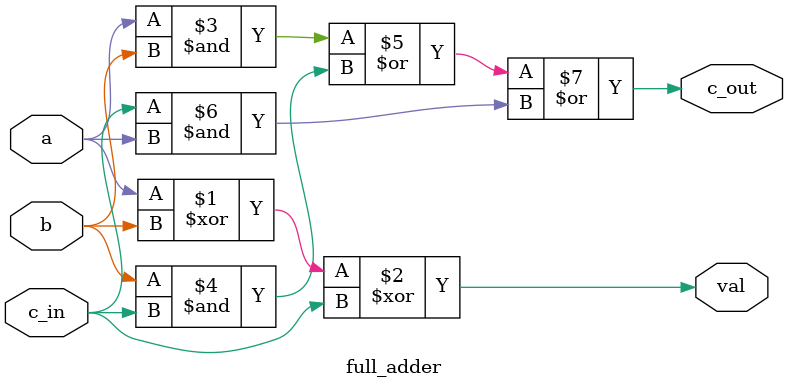
<source format=v>
module full_adder(
	input a,b,c_in,
	output val,c_out);
	
	assign val = a ^ b ^ c_in;
	assign c_out = ((a&b) | (b&c_in) | (c_in&a));
	
endmodule
</source>
